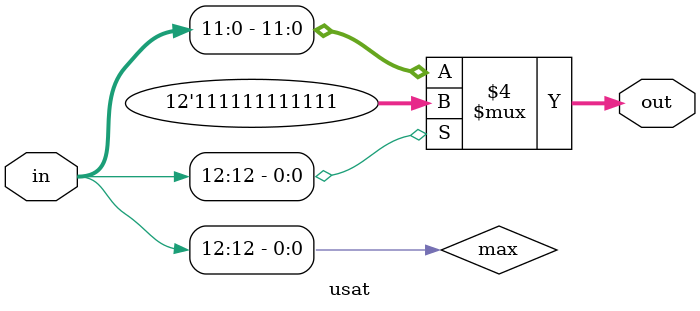
<source format=v>
module usat(in, out);
   parameter isz = 13;  // input data width
   parameter osz = 12;  // output data width

   input [isz-1:0] in;   // input data to be saturated
   output [osz-1:0] out; // output data after saturation

   // Check high saturation condition
   wire max = |in[isz-1:osz];

   reg [osz-1:0] out;

   // select output
   always @(max or in)
		if(max)
			out = {osz{1'b1}};  // max
		else
			out = in[osz-1:0];  // pass thru
			
endmodule
</source>
